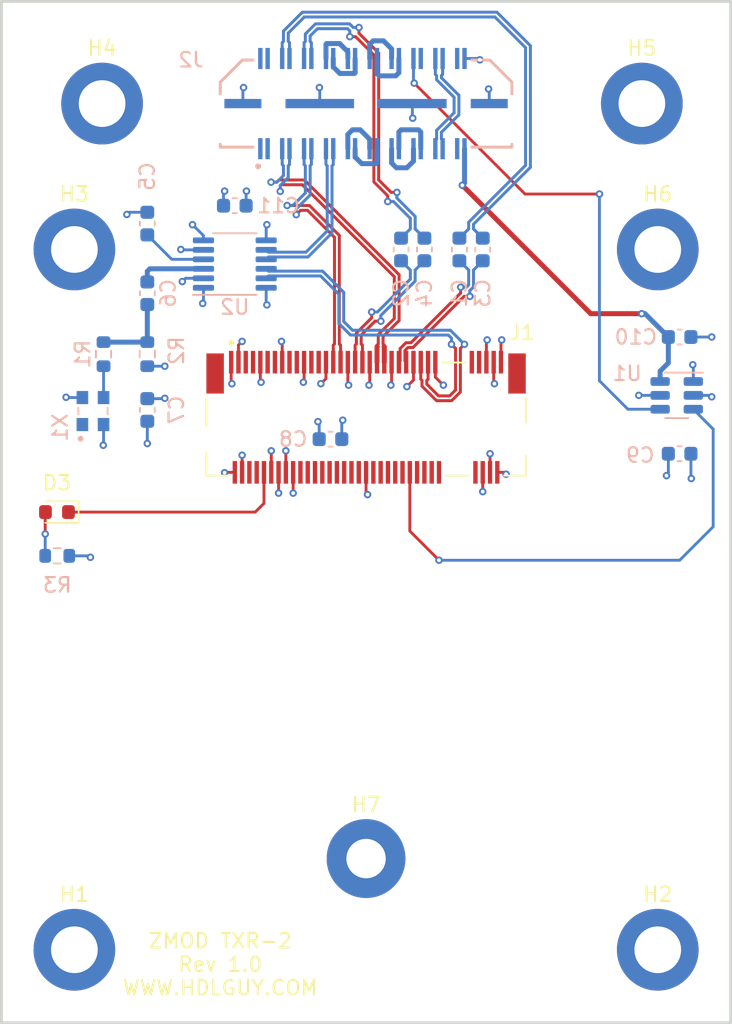
<source format=kicad_pcb>
(kicad_pcb (version 20211014) (generator pcbnew)
  (layers (0 "F.Cu" signal) (1 "In1.Cu" power) (2 "In2.Cu" power) (31 "B.Cu" signal) (34 "B.Paste" user) (35 "F.Paste" user) (36 "B.SilkS" user "B.Silkscreen") (37 "F.SilkS" user "F.Silkscreen") (38 "B.Mask" user) (39 "F.Mask" user) (44 "Edge.Cuts" user))
  (net 0 "")
  (net 1 "GND")
  (net 2 "/SCL")
  (net 3 "/SDA")
  (net 4 "/rsvd1")
  (net 5 "/rsvd2")
  (net 6 "+3V3")
  (net 7 "+5V")
  (net 8 "/R_GA")
  (net 30 "Net-(D3-Pad1)")
  (net 32 "Net-(D3-Pad2)")
  (net 40 "/perst_n")
  (net 42 "Net-(C5-Pad2)")
  (net 43 "Net-(C6-Pad1)")
  (net 52 "+1V8")
  (net 53 "Net-(C6-Pad2)")
  (net 55 "Net-(R1-Pad2)")
  (net 57 "/perst_1v8")
  (net 58 "/gtr0_rx_P")
  (net 59 "/gtr0_tx_P")
  (net 60 "/gtr0_rx_N")
  (net 61 "/gtr0_tx_N")
  (net 62 "/gtr1_rx_P")
  (net 63 "/gtr1_tx_P")
  (net 64 "/gtr1_rx_N")
  (net 65 "/gtr1_tx_N")
  (net 66 "/gtrclk0_P")
  (net 67 "/lvds3_P")
  (net 68 "/gtrclk0_N")
  (net 69 "/lvds3_N")
  (net 70 "/lvds0_P")
  (net 71 "/lvds0_N")
  (net 72 "/lvds2_P")
  (net 73 "/lvds2_N")
  (net 74 "/lvds1_P")
  (net 75 "/lvds1_N")
  (net 76 "/lvdsclk_P")
  (net 77 "/lvdsclk_N")
  (net 78 "/gtr0_tx_cc_N")
  (net 79 "/gtr1_tx_cc_N")
  (net 80 "/gtr0_tx_cc_P")
  (net 81 "/gtr1_tx_cc_P")
  (net 82 "/pcie_refclk_P")
  (net 83 "/pcie_refclk_N")
  (footprint "MountingHole:MountingHole_2.7mm_Pad" (layer "F.Cu") (at 125 108.75)
    (fp_text reference "H7")
    (fp_text value "MountingHole_Pad")
  )
  (footprint "MountingHole:MountingHole_3.2mm_M3_DIN965_Pad_TopBottom" (layer "F.Cu") (at 145 67)
    (fp_text reference "H6")
    (fp_text value "MountingHole_Pad" hide)
  )
  (footprint "MountingHole:MountingHole_3.2mm_M3_DIN965_Pad_TopBottom" (layer "F.Cu") (at 143.91 57)
    (fp_text reference "H5")
    (fp_text value "MountingHole_Pad" hide)
  )
  (footprint "MountingHole:MountingHole_3.2mm_M3_DIN965_Pad_TopBottom" (layer "F.Cu") (at 105 115)
    (fp_text reference "H1")
    (fp_text value "MountingHole_Pad" hide)
  )
  (footprint "LED_SMD:LED_0603_1608Metric" (layer "F.Cu") (at 103.805 85 180)
    (fp_text reference "D3")
    (fp_text value "LED" hide)
  )
  (footprint "MountingHole:MountingHole_3.2mm_M3_DIN965_Pad_TopBottom" (layer "F.Cu") (at 105 67)
    (fp_text reference "H3")
    (fp_text value "MountingHole_Pad" hide)
  )
  (footprint "MountingHole:MountingHole_3.2mm_M3_DIN965_Pad_TopBottom" (layer "F.Cu") (at 106.9 57)
    (fp_text reference "H4")
    (fp_text value "MountingHole_Pad" hide)
  )
  (footprint "pedrolib:TE_1-2199230-5" (layer "F.Cu") (at 125 80)
    (fp_text reference "J1")
    (fp_text value "MDT420M02001" hide)
  )
  (footprint "MountingHole:MountingHole_3.2mm_M3_DIN965_Pad_TopBottom" (layer "F.Cu") (at 145 115)
    (fp_text reference "H2")
    (fp_text value "MountingHole_Pad" hide)
  )
  (footprint "Capacitor_SMD:C_0603_1608Metric" (layer "B.Cu") (at 110 78 -90)
    (fp_text reference "C7")
    (fp_text value "0.01uf" hide)
  )
  (footprint "Capacitor_SMD:C_0603_1608Metric" (layer "B.Cu") (at 146.5 81)
    (fp_text reference "C9")
    (fp_text value "0.01uf" hide)
  )
  (footprint "Capacitor_SMD:C_0603_1608Metric" (layer "B.Cu") (at 146.5 73 180)
    (fp_text reference "C10")
    (fp_text value "0.01uf" hide)
  )
  (footprint "Capacitor_SMD:C_0603_1608Metric" (layer "B.Cu") (at 129 67 -90)
    (fp_text reference "C4")
    (fp_text value "0.01uf" hide)
  )
  (footprint "Capacitor_SMD:C_0603_1608Metric" (layer "B.Cu") (at 127.4 67 -90)
    (fp_text reference "C2")
    (fp_text value "0.01uf" hide)
  )
  (footprint "Capacitor_SMD:C_0603_1608Metric" (layer "B.Cu") (at 133 67 -90)
    (fp_text reference "C3")
    (fp_text value "0.01uf" hide)
  )
  (footprint "Resistor_SMD:R_0603_1608Metric" (layer "B.Cu") (at 110 74.175 -90)
    (fp_text reference "R2")
    (fp_text value "49.9" hide)
  )
  (footprint "pedrolib:SAMTEC_QTH-020-01-X-D-DP-A" (layer "B.Cu") (at 125 57)
    (fp_text reference "J2")
    (fp_text value "QTH-020-01-X-D-DP-A" hide)
  )
  (footprint "Package_TO_SOT_SMD:SOT-23-6" (layer "B.Cu") (at 146.3 77 180)
    (fp_text reference "U1")
    (fp_text value "SN74LVC1T45DBV" hide)
  )
  (footprint "Capacitor_SMD:C_0603_1608Metric" (layer "B.Cu") (at 110 65.225 -90)
    (fp_text reference "C5")
    (fp_text value "0.01uf" hide)
  )
  (footprint "Capacitor_SMD:C_0603_1608Metric" (layer "B.Cu") (at 116 64 180)
    (fp_text reference "C11")
    (fp_text value "0.01uf" hide)
  )
  (footprint "Resistor_SMD:R_0603_1608Metric" (layer "B.Cu") (at 107 74.175 -90)
    (fp_text reference "R1")
    (fp_text value "100" hide)
  )
  (footprint "Resistor_SMD:R_0603_1608Metric" (layer "B.Cu") (at 103.825 88 180)
    (fp_text reference "R3")
    (fp_text value "240" hide)
  )
  (footprint "Capacitor_SMD:C_0603_1608Metric" (layer "B.Cu") (at 122.56 80 180)
    (fp_text reference "C8")
    (fp_text value "0.01uf" hide)
  )
  (footprint "pedrolib:OSC_ECS-2520S25-250-FN-TR" (layer "B.Cu") (at 106.275 78.075 90)
    (fp_text reference "X1")
    (fp_text value "ECS-2520MVQ-1000-BN-TR" hide)
  )
  (footprint "Capacitor_SMD:C_0603_1608Metric" (layer "B.Cu") (at 131.4 67 -90)
    (fp_text reference "C1")
    (fp_text value "0.01uf" hide)
  )
  (footprint "Capacitor_SMD:C_0603_1608Metric" (layer "B.Cu") (at 110 70 90)
    (fp_text reference "C6")
    (fp_text value "0.01uf" hide)
  )
  (footprint "Package_SO:MSOP-12_3x4mm_P0.65mm" (layer "B.Cu") (at 116 68)
    (fp_text reference "U2")
    (fp_text value "LTC6957xMS-2" hide)
  )
  (gr_line locked (start 150 50) (end 100 50) (layer "Edge.Cuts") (width 0.2))
  (gr_line locked (start 100 50) (end 100 120) (layer "Edge.Cuts") (width 0.2))
  (gr_line locked (start 100 120) (end 150 120) (layer "Edge.Cuts") (width 0.2))
  (gr_line locked (start 150 120) (end 150 50) (layer "Edge.Cuts") (width 0.2))
  (gr_text "ZMOD TXR-2\nRev 1.0\nWWW.HDLGUY.COM" (at 115 116) (layer "F.SilkS") (effects (font (size 1 1))))
  (segment (start 117.75 74.725) (end 117.75 76.05) (width 0.19558) (layer "F.Cu") (net 1))
  (segment (start 129.75 75.75) (end 130.3 76.3) (width 0.19558) (layer "F.Cu") (net 1))
  (segment (start 125.25 76.25) (end 125.2 76.3) (width 0.19558) (layer "F.Cu") (net 1))
  (segment (start 133.75 76.15) (end 133.8 76.2) (width 0.19558) (layer "F.Cu") (net 1))
  (segment (start 134.25 73.25) (end 134.3 73.2) (width 0.19558) (layer "F.Cu") (net 1))
  (segment (start 115.75 76.15) (end 115.8 76.2) (width 0.19558) (layer "F.Cu") (net 1))
  (segment (start 115.75 74.725) (end 115.75 76.15) (width 0.19558) (layer "F.Cu") (net 1))
  (segment (start 123.75 76.25) (end 123.8 76.3) (width 0.19558) (layer "F.Cu") (net 1))
  (segment (start 126.75 74.725) (end 126.75 76.25) (width 0.19558) (layer "F.Cu") (net 1))
  (segment (start 128.25 75.95) (end 127.8 76.4) (width 0.19558) (layer "F.Cu") (net 1))
  (segment (start 122.25 75.85) (end 121.9 76.2) (width 0.19558) (layer "F.Cu") (net 1))
  (segment (start 133.25 74.725) (end 133.25 73.25) (width 0.19558) (layer "F.Cu") (net 1))
  (segment (start 123.75 74.725) (end 123.75 76.25) (width 0.19558) (layer "F.Cu") (net 1))
  (segment (start 128.25 74.725) (end 128.25 75.95) (width 0.19558) (layer "F.Cu") (net 1))
  (segment (start 133.75 74.725) (end 133.75 76.15) (width 0.19558) (layer "F.Cu") (net 1))
  (segment (start 126.75 76.25) (end 126.7 76.3) (width 0.19558) (layer "F.Cu") (net 1))
  (segment (start 117.75 76.05) (end 117.8 76.1) (width 0.19558) (layer "F.Cu") (net 1))
  (segment (start 122.25 74.725) (end 122.25 75.85) (width 0.19558) (layer "F.Cu") (net 1))
  (segment (start 125 83.7) (end 125.1 83.8) (width 0.19558) (layer "F.Cu") (net 1))
  (segment (start 125.25 74.725) (end 125.25 76.25) (width 0.19558) (layer "F.Cu") (net 1))
  (segment (start 133.25 73.25) (end 133.3 73.2) (width 0.19558) (layer "F.Cu") (net 1))
  (segment (start 116.25 74.725) (end 116.25 73.55) (width 0.19558) (layer "F.Cu") (net 1))
  (segment (start 119.25 74.725) (end 119.25 73.35) (width 0.19558) (layer "F.Cu") (net 1))
  (segment (start 120.75 74.725) (end 120.75 76.05) (width 0.19558) (layer "F.Cu") (net 1))
  (segment (start 134.25 74.725) (end 134.25 73.25) (width 0.19558) (layer "F.Cu") (net 1))
  (segment (start 116.25 73.55) (end 116.5 73.3) (width 0.19558) (layer "F.Cu") (net 1))
  (segment (start 129.75 74.725) (end 129.75 75.75) (width 0.19558) (layer "F.Cu") (net 1))
  (segment (start 125 82.275) (end 125 83.7) (width 0.19558) (layer "F.Cu") (net 1))
  (segment (start 119.25 73.35) (end 119.2 73.3) (width 0.19558) (layer "F.Cu") (net 1))
  (segment (start 120.75 76.05) (end 120.7 76.1) (width 0.19558) (layer "F.Cu") (net 1))
  (via (at 133.4 56) (size 0.508) (drill 0.254) (layers "F.Cu" "B.Cu") (net 1))
  (via (at 117.8 76.1) (size 0.508) (drill 0.254) (layers "F.Cu" "B.Cu") (net 1))
  (via (at 123.8 76.3) (size 0.508) (drill 0.254) (layers "F.Cu" "B.Cu") (net 1))
  (via (at 112.3 67) (size 0.508) (drill 0.254) (layers "F.Cu" "B.Cu") (net 1))
  (via (at 115.8 76.2) (size 0.508) (drill 0.254) (layers "F.Cu" "B.Cu") (net 1))
  (via (at 118.2 70.8) (size 0.508) (drill 0.254) (layers "F.Cu" "B.Cu") (net 1))
  (via (at 119.2 73.3) (size 0.508) (drill 0.254) (layers "F.Cu" "B.Cu") (net 1))
  (via (at 108.6 64.6) (size 0.508) (drill 0.254) (layers "F.Cu" "B.Cu") (net 1))
  (via (at 118.2 65.3) (size 0.508) (drill 0.254) (layers "F.Cu" "B.Cu") (net 1))
  (via (at 126.7 76.3) (size 0.508) (drill 0.254) (layers "F.Cu" "B.Cu") (net 1))
  (via (at 120.7 76.1) (size 0.508) (drill 0.254) (layers "F.Cu" "B.Cu") (net 1))
  (via (at 148.7 73) (size 0.508) (drill 0.254) (layers "F.Cu" "B.Cu") (net 1))
  (via (at 121.9 76.2) (size 0.508) (drill 0.254) (layers "F.Cu" "B.Cu") (net 1))
  (via (at 116.5 73.3) (size 0.508) (drill 0.254) (layers "F.Cu" "B.Cu") (net 1))
  (via (at 145.6 82.5) (size 0.508) (drill 0.254) (layers "F.Cu" "B.Cu") (net 1))
  (via (at 133.8 76.2) (size 0.508) (drill 0.254) (layers "F.Cu" "B.Cu") (net 1))
  (via (at 111.2 75) (size 0.508) (drill 0.254) (layers "F.Cu" "B.Cu") (net 1))
  (via (at 125.1 83.8) (size 0.508) (drill 0.254) (layers "F.Cu" "B.Cu") (net 1))
  (via (at 123.4 78.7) (size 0.508) (drill 0.254) (layers "F.Cu" "B.Cu") (net 1))
  (via (at 125.2 76.3) (size 0.508) (drill 0.254) (layers "F.Cu" "B.Cu") (net 1))
  (via (at 128.2 58) (size 0.508) (drill 0.254) (layers "F.Cu" "B.Cu") (net 1))
  (via (at 148.7 77.1) (size 0.508) (drill 0.254) (layers "F.Cu" "B.Cu") (net 1))
  (via (at 116.8 63) (size 0.508) (drill 0.254) (layers "F.Cu" "B.Cu") (net 1))
  (via (at 143.7 77) (size 0.508) (drill 0.254) (layers "F.Cu" "B.Cu") (net 1))
  (via (at 127.8 76.4) (size 0.508) (drill 0.254) (layers "F.Cu" "B.Cu") (net 1))
  (via (at 104.43 77.13) (size 0.508) (drill 0.254) (layers "F.Cu" "B.Cu") (net 1))
  (via (at 133.3 73.2) (size 0.508) (drill 0.254) (layers "F.Cu" "B.Cu") (net 1))
  (via (at 121.8 55.9) (size 0.508) (drill 0.254) (layers "F.Cu" "B.Cu") (net 1))
  (via (at 116.6 55.9) (size 0.508) (drill 0.254) (layers "F.Cu" "B.Cu") (net 1))
  (via (at 134.3 73.2) (size 0.508) (drill 0.254) (layers "F.Cu" "B.Cu") (net 1))
  (via (at 130.3 76.3) (size 0.508) (drill 0.254) (layers "F.Cu" "B.Cu") (net 1))
  (via (at 113.8 70.7) (size 0.508) (drill 0.254) (layers "F.Cu" "B.Cu") (net 1))
  (via (at 111.2 77.2) (size 0.508) (drill 0.254) (layers "F.Cu" "B.Cu") (net 1))
  (segment (start 113.85 70.65) (end 113.8 70.7) (width 0.19558) (layer "B.Cu") (net 1))
  (segment (start 121.825 55.925) (end 121.8 55.9) (width 0.19558) (layer "B.Cu") (net 1))
  (segment (start 133.445 56.045) (end 133.4 56) (width 0.19558) (layer "B.Cu") (net 1))
  (segment (start 116.555 55.945) (end 116.6 55.9) (width 0.19558) (layer "B.Cu") (net 1))
  (segment (start 116.775 63.025) (end 116.8 63) (width 0.19558) (layer "B.Cu") (net 1))
  (segment (start 128.175 57.975) (end 128.2 58) (width 0.19558) (layer "B.Cu") (net 1))
  (segment (start 116.775 64) (end 116.775 63.025) (width 0.19558) (layer "B.Cu") (net 1))
  (segment (start 123.335 78.765) (end 123.4 78.7) (width 0.19558) (layer "B.Cu") (net 1))
  (segment (start 105.55 77.15) (end 104.45 77.15) (width 0.19558) (layer "B.Cu") (net 1))
  (segment (start 128.175 57) (end 128.175 57.975) (width 0.19558) (layer "B.Cu") (net 1))
  (segment (start 112.325 67.025) (end 112.3 67) (width 0.19558) (layer "B.Cu") (net 1))
  (segment (start 147.4375 77) (end 148.6 77) (width 0.19558) (layer "B.Cu") (net 1))
  (segment (start 108.75 64.45) (end 108.6 64.6) (width 0.19558) (layer "B.Cu") (net 1))
  (segment (start 110 64.45) (end 108.75 64.45) (width 0.19558) (layer "B.Cu") (net 1))
  (segment (start 118.15 65.35) (end 118.2 65.3) (width 0.19558) (layer "B.Cu") (net 1))
  (segment (start 145.1625 77) (end 143.7 77) (width 0.19558) (layer "B.Cu") (net 1))
  (segment (start 113.85 67.025) (end 112.325 67.025) (width 0.19558) (layer "B.Cu") (net 1))
  (segment (start 145.725 82.375) (end 145.6 82.5) (width 0.19558) (layer "B.Cu") (net 1))
  (segment (start 113.85 69.625) (end 113.85 70.65) (width 0.19558) (layer "B.Cu") (net 1))
  (segment (start 111.175 77.225) (end 111.2 77.2) (width 0.19558) (layer "B.Cu") (net 1))
  (segment (start 121.825 57) (end 121.825 55.925) (width 0.19558) (layer "B.Cu") (net 1))
  (segment (start 123.335 80) (end 123.335 78.765) (width 0.19558) (layer "B.Cu") (net 1))
  (segment (start 133.445 57) (end 133.445 56.045) (width 0.19558) (layer "B.Cu") (net 1))
  (segment (start 118.15 70.75) (end 118.2 70.8) (width 0.19558) (layer "B.Cu") (net 1))
  (segment (start 110 77.225) (end 111.175 77.225) (width 0.19558) (layer "B.Cu") (net 1))
  (segment (start 147.275 73) (end 148.7 73) (width 0.19558) (layer "B.Cu") (net 1))
  (segment (start 148.6 77) (end 148.7 77.1) (width 0.19558) (layer "B.Cu") (net 1))
  (segment (start 145.725 81) (end 145.725 82.375) (width 0.19558) (layer "B.Cu") (net 1))
  (segment (start 110 75) (end 111.2 75) (width 0.19558) (layer "B.Cu") (net 1))
  (segment (start 104.45 77.15) (end 104.43 77.13) (width 0.19558) (layer "B.Cu") (net 1))
  (segment (start 118.15 66.375) (end 118.15 65.35) (width 0.19558) (layer "B.Cu") (net 1))
  (segment (start 118.15 69.625) (end 118.15 70.75) (width 0.19558) (layer "B.Cu") (net 1))
  (segment (start 116.555 57) (end 116.555 55.945) (width 0.19558) (layer "B.Cu") (net 1))
  (segment (start 119 82.275) (end 119 83.7) (width 0.19558) (layer "F.Cu") (net 6))
  (segment (start 133.5 82.275) (end 133.5 81) (width 0.19558) (layer "F.Cu") (net 6))
  (segment (start 115.325 82.275) (end 115.3 82.3) (width 0.19558) (layer "F.Cu") (net 6))
  (segment (start 133 82.275) (end 133 83.6) (width 0.19558) (layer "F.Cu") (net 6))
  (segment (start 119.5 82.275) (end 119.5 80.8) (width 0.19558) (layer "F.Cu") (net 6))
  (segment (start 134.475 82.275) (end 134.6 82.4) (width 0.19558) (layer "F.Cu") (net 6))
  (segment (start 120 82.275) (end 120 83.7) (width 0.19558) (layer "F.Cu") (net 6))
  (segment (start 116.5 82.275) (end 116.5 81.1) (width 0.19558) (layer "F.Cu") (net 6))
  (segment (start 118.5 82.275) (end 118.5 80.8) (width 0.19558) (layer "F.Cu") (net 6))
  (segment (start 116 82.275) (end 115.325 82.275) (width 0.19558) (layer "F.Cu") (net 6))
  (segment (start 134 82.275) (end 134.475 82.275) (width 0.19558) (layer "F.Cu") (net 6))
  (via (at 121.7 78.8) (size 0.508) (drill 0.254) (layers "F.Cu" "B.Cu") (net 6))
  (via (at 133 83.6) (size 0.508) (drill 0.254) (layers "F.Cu" "B.Cu") (net 6))
  (via (at 115.3 63) (size 0.508) (drill 0.254) (layers "F.Cu" "B.Cu") (net 6))
  (via (at 133.5 81) (size 0.508) (drill 0.254) (layers "F.Cu" "B.Cu") (net 6))
  (via (at 118.5 80.8) (size 0.508) (drill 0.254) (layers "F.Cu" "B.Cu") (net 6))
  (via (at 106.98 80.42) (size 0.508) (drill 0.254) (layers "F.Cu" "B.Cu") (net 6))
  (via (at 132.8 54) (size 0.508) (drill 0.254) (layers "F.Cu" "B.Cu") (net 6))
  (via (at 147.4 74.9) (size 0.508) (drill 0.254) (layers "F.Cu" "B.Cu") (net 6))
  (via (at 134.6 82.4) (size 0.508) (drill 0.254) (layers "F.Cu" "B.Cu") (net 6))
  (via (at 113.1 65.3) (size 0.508) (drill 0.254) (layers "F.Cu" "B.Cu") (net 6))
  (via (at 112.4 69.2) (size 0.508) (drill 0.254) (layers "F.Cu" "B.Cu") (net 6))
  (via (at 119.5 80.8) (size 0.508) (drill 0.254) (layers "F.Cu" "B.Cu") (net 6))
  (via (at 147.3 82.7) (size 0.508) (drill 0.254) (layers "F.Cu" "B.Cu") (net 6))
  (via (at 115.3 82.3) (size 0.508) (drill 0.254) (layers "F.Cu" "B.Cu") (net 6))
  (via (at 110 80.3) (size 0.508) (drill 0.254) (layers "F.Cu" "B.Cu") (net 6))
  (via (at 116.5 81.1) (size 0.508) (drill 0.254) (layers "F.Cu" "B.Cu") (net 6))
  (via (at 120 83.7) (size 0.508) (drill 0.254) (layers "F.Cu" "B.Cu") (net 6))
  (via (at 119 83.7) (size 0.508) (drill 0.254) (layers "F.Cu" "B.Cu") (net 6))
  (via (at 106.1 88.1) (size 0.508) (drill 0.254) (layers "F.Cu" "B.Cu") (net 6))
  (segment (start 112.625 68.975) (end 112.4 69.2) (width 0.19558) (layer "B.Cu") (net 6))
  (segment (start 132.71 53.91) (end 132.8 54) (width 0.19558) (layer "B.Cu") (net 6))
  (segment (start 115.225 63.075) (end 115.3 63) (width 0.19558) (layer "B.Cu") (net 6))
  (segment (start 107 80.4) (end 106.98 80.42) (width 0.19558) (layer "B.Cu") (net 6))
  (segment (start 121.785 78.885) (end 121.7 78.8) (width 0.19558) (layer "B.Cu") (net 6))
  (segment (start 147.4375 74.9375) (end 147.4 74.9) (width 0.19558) (layer "B.Cu") (net 6))
  (segment (start 110 78.775) (end 110 80.3) (width 0.19558) (layer "B.Cu") (net 6))
  (segment (start 104.65 88) (end 106 88) (width 0.19558) (layer "B.Cu") (net 6))
  (segment (start 113.85 66.05) (end 113.1 65.3) (width 0.19558) (layer "B.Cu") (net 6))
  (segment (start 147.4375 76.05) (end 147.4375 74.9375) (width 0.19558) (layer "B.Cu") (net 6))
  (segment (start 131.75 53.91) (end 132.71 53.91) (width 0.19558) (layer "B.Cu") (net 6))
  (segment (start 115.225 64) (end 115.225 63.075) (width 0.19558) (layer "B.Cu") (net 6))
  (segment (start 106 88) (end 106.1 88.1) (width 0.19558) (layer "B.Cu") (net 6))
  (segment (start 147.275 82.675) (end 147.3 82.7) (width 0.19558) (layer "B.Cu") (net 6))
  (segment (start 107 79) (end 107 80.4) (width 0.19558) (layer "B.Cu") (net 6))
  (segment (start 147.275 81) (end 147.275 82.675) (width 0.19558) (layer "B.Cu") (net 6))
  (segment (start 113.85 68.975) (end 112.625 68.975) (width 0.19558) (layer "B.Cu") (net 6))
  (segment (start 121.785 80) (end 121.785 78.885) (width 0.19558) (layer "B.Cu") (net 6))
  (segment (start 113.85 66.375) (end 113.85 66.05) (width 0.19558) (layer "B.Cu") (net 6))
  (segment (start 104.5925 85) (end 117.4 85) (width 0.19558) (layer "F.Cu") (net 30))
  (segment (start 118 84.4) (end 118 82.275) (width 0.19558) (layer "F.Cu") (net 30))
  (segment (start 117.4 85) (end 118 84.4) (width 0.19558) (layer "F.Cu") (net 30))
  (segment (start 103 86.5) (end 103 85.0175) (width 0.19558) (layer "F.Cu") (net 32))
  (segment (start 103 85.0175) (end 103.0175 85) (width 0.19558) (layer "F.Cu") (net 32))
  (via (at 103 86.5) (size 0.508) (drill 0.254) (layers "F.Cu" "B.Cu") (net 32))
  (segment (start 103 88) (end 103 86.5) (width 0.19558) (layer "B.Cu") (net 32))
  (segment (start 130 88.3) (end 128 86.3) (width 0.19558) (layer "F.Cu") (net 40))
  (segment (start 128 86.3) (end 128 82.275) (width 0.19558) (layer "F.Cu") (net 40))
  (via (at 130 88.3) (size 0.508) (drill 0.254) (layers "F.Cu" "B.Cu") (net 40))
  (segment (start 146.5 88.3) (end 130 88.3) (width 0.19558) (layer "B.Cu") (net 40))
  (segment (start 148.8 86) (end 146.6 88.2) (width 0.19558) (layer "B.Cu") (net 40))
  (segment (start 148.7875 79.3) (end 148.8 79.3) (width 0.19558) (layer "B.Cu") (net 40))
  (segment (start 147.4375 77.95) (end 148.7875 79.3) (width 0.19558) (layer "B.Cu") (net 40))
  (segment (start 148.8 79.3) (end 148.8 86) (width 0.19558) (layer "B.Cu") (net 40))
  (segment (start 146.6 88.2) (end 146.5 88.3) (width 0.19558) (layer "B.Cu") (net 40))
  (segment (start 110 66) (end 111.675 67.675) (width 0.19558) (layer "B.Cu") (net 42))
  (segment (start 111.675 67.675) (end 113.85 67.675) (width 0.19558) (layer "B.Cu") (net 42))
  (segment (start 107 73.35) (end 110 73.35) (width 0.3429) (layer "B.Cu") (net 43))
  (segment (start 110 73.35) (end 110 70.775) (width 0.3429) (layer "B.Cu") (net 43))
  (segment (start 131.6 62.6) (end 140.4 71.4) (width 0.3429) (layer "F.Cu") (net 52))
  (segment (start 140.4 71.4) (end 143.9 71.4) (width 0.3429) (layer "F.Cu") (net 52))
  (via (at 143.9 71.4) (size 0.508) (drill 0.254) (layers "F.Cu" "B.Cu") (net 52))
  (via (at 131.6 62.6) (size 0.508) (drill 0.254) (layers "F.Cu" "B.Cu") (net 52))
  (segment (start 143.9 71.4) (end 144.125 71.4) (width 0.3429) (layer "B.Cu") (net 52))
  (segment (start 145.1625 75.3375) (end 145.725 74.775) (width 0.3429) (layer "B.Cu") (net 52))
  (segment (start 145.725 74.775) (end 145.725 73) (width 0.3429) (layer "B.Cu") (net 52))
  (segment (start 131.75 60.09) (end 131.75 62.45) (width 0.3429) (layer "B.Cu") (net 52))
  (segment (start 145.1625 76.05) (end 145.1625 75.3375) (width 0.3429) (layer "B.Cu") (net 52))
  (segment (start 131.75 62.45) (end 131.6 62.6) (width 0.3429) (layer "B.Cu") (net 52))
  (segment (start 144.125 71.4) (end 145.725 73) (width 0.3429) (layer "B.Cu") (net 52))
  (segment (start 110 69.225) (end 110 68.5) (width 0.3429) (layer "B.Cu") (net 53))
  (segment (start 110.175 68.325) (end 113.85 68.325) (width 0.3429) (layer "B.Cu") (net 53))
  (segment (start 110 68.5) (end 110.175 68.325) (width 0.3429) (layer "B.Cu") (net 53))
  (segment (start 107 77.15) (end 107 75) (width 0.19558) (layer "B.Cu") (net 55))
  (segment (start 135.9 63.2) (end 128.3 55.6) (width 0.19558) (layer "F.Cu") (net 57))
  (segment (start 141 63.2) (end 135.9 63.2) (width 0.19558) (layer "F.Cu") (net 57))
  (via (at 141 63.2) (size 0.508) (drill 0.254) (layers "F.Cu" "B.Cu") (net 57))
  (via (at 128.3 55.6) (size 0.508) (drill 0.254) (layers "F.Cu" "B.Cu") (net 57))
  (segment (start 128.25 53.91) (end 128.25 55.55) (width 0.19558) (layer "B.Cu") (net 57))
  (segment (start 128.25 55.55) (end 128.3 55.6) (width 0.19558) (layer "B.Cu") (net 57))
  (segment (start 141 76) (end 141 63.2) (width 0.19558) (layer "B.Cu") (net 57))
  (segment (start 142.95 77.95) (end 142.2 77.2) (width 0.19558) (layer "B.Cu") (net 57))
  (segment (start 145.1625 77.95) (end 142.95 77.95) (width 0.19558) (layer "B.Cu") (net 57))
  (segment (start 142.2 77.2) (end 141 76) (width 0.19558) (layer "B.Cu") (net 57))
  (segment (start 126.1651 72.968388) (end 126.1651 73.477599) (width 0.2032) (layer "F.Cu") (net 58))
  (segment (start 127.2651 68.731612) (end 127.2651 71.868388) (width 0.2032) (layer "F.Cu") (net 58))
  (segment (start 118.880822 62.385691) (end 119.031613 62.2349) (width 0.2032) (layer "F.Cu") (net 58))
  (segment (start 126.25 74.725) (end 126.25 73.676939) (width 0.3429) (layer "F.Cu") (net 58))
  (segment (start 119.031613 62.2349) (end 120.768388 62.2349) (width 0.2032) (layer "F.Cu") (net 58))
  (segment (start 118.485691 62.385691) (end 118.880822 62.385691) (width 0.2032) (layer "F.Cu") (net 58))
  (segment (start 126.1651 73.477599) (end 126.25 73.562499) (width 0.2032) (layer "F.Cu") (net 58))
  (segment (start 127.2651 71.868388) (end 126.1651 72.968388) (width 0.2032) (layer "F.Cu") (net 58))
  (segment (start 120.768388 62.2349) (end 127.2651 68.731612) (width 0.2032) (layer "F.Cu") (net 58))
  (segment (start 126.25 73.562499) (end 126.25 74.725) (width 0.2032) (layer "F.Cu") (net 58))
  (segment (start 126.25 73.676939) (end 126.23495 73.661889) (width 0.3429) (layer "F.Cu") (net 58))
  (via (at 118.485691 62.385691) (size 0.508) (drill 0.254) (layers "F.Cu" "B.Cu") (net 58))
  (segment (start 119.25 61.177501) (end 119.3349 61.262401) (width 0.2032) (layer "B.Cu") (net 58))
  (segment (start 119.3349 61.262401) (end 119.3349 61.931613) (width 0.2032) (layer "B.Cu") (net 58))
  (segment (start 119.3349 61.931613) (end 118.880822 62.385691) (width 0.2032) (layer "B.Cu") (net 58))
  (segment (start 118.880822 62.385691) (end 118.485691 62.385691) (width 0.2032) (layer "B.Cu") (net 58))
  (segment (start 119.25 60.09) (end 119.25 61.177501) (width 0.2032) (layer "B.Cu") (net 58))
  (segment (start 119.3349 52.031612) (end 119.3349 52.737599) (width 0.2032) (layer "B.Cu") (net 59))
  (segment (start 119.25 52.822499) (end 119.25 53.91) (width 0.2032) (layer "B.Cu") (net 59))
  (segment (start 136.2651 61.368388) (end 136.2651 53.031612) (width 0.2032) (layer "B.Cu") (net 59))
  (segment (start 132.3651 65.268388) (end 136.2651 61.368388) (width 0.2032) (layer "B.Cu") (net 59))
  (segment (start 136.2651 53.031612) (end 133.968388 50.7349) (width 0.2032) (layer "B.Cu") (net 59))
  (segment (start 120.631612 50.7349) (end 119.3349 52.031612) (width 0.2032) (layer "B.Cu") (net 59))
  (segment (start 132.3651 65.5901) (end 132.3651 65.268388) (width 0.2032) (layer "B.Cu") (net 59))
  (segment (start 133 66.225) (end 132.3651 65.5901) (width 0.2032) (layer "B.Cu") (net 59))
  (segment (start 133.968388 50.7349) (end 120.631612 50.7349) (width 0.2032) (layer "B.Cu") (net 59))
  (segment (start 119.3349 52.737599) (end 119.25 52.822499) (width 0.2032) (layer "B.Cu") (net 59))
  (segment (start 119.168387 62.5651) (end 120.631612 62.5651) (width 0.2032) (layer "F.Cu") (net 60))
  (segment (start 119.114309 63.014309) (end 119.114309 62.619178) (width 0.2032) (layer "F.Cu") (net 60))
  (segment (start 119.114309 62.619178) (end 119.168387 62.5651) (width 0.2032) (layer "F.Cu") (net 60))
  (segment (start 126.9349 68.868388) (end 126.9349 71.731612) (width 0.2032) (layer "F.Cu") (net 60))
  (segment (start 125.8349 73.477599) (end 125.75 73.562499) (width 0.2032) (layer "F.Cu") (net 60))
  (segment (start 126.9349 71.731612) (end 125.8349 72.831612) (width 0.2032) (layer "F.Cu") (net 60))
  (segment (start 125.75 73.676939) (end 125.76505 73.661889) (width 0.3429) (layer "F.Cu") (net 60))
  (segment (start 120.631612 62.5651) (end 126.9349 68.868388) (width 0.2032) (layer "F.Cu") (net 60))
  (segment (start 125.75 74.725) (end 125.75 73.676939) (width 0.3429) (layer "F.Cu") (net 60))
  (segment (start 125.8349 72.831612) (end 125.8349 73.477599) (width 0.2032) (layer "F.Cu") (net 60))
  (segment (start 125.75 73.562499) (end 125.75 74.725) (width 0.2032) (layer "F.Cu") (net 60))
  (via (at 119.114309 63.014309) (size 0.508) (drill 0.254) (layers "F.Cu" "B.Cu") (net 60))
  (segment (start 119.75 60.09) (end 119.75 61.177501) (width 0.2032) (layer "B.Cu") (net 60))
  (segment (start 119.75 61.177501) (end 119.6651 61.262401) (width 0.2032) (layer "B.Cu") (net 60))
  (segment (start 119.6651 61.262401) (end 119.6651 62.068387) (width 0.2032) (layer "B.Cu") (net 60))
  (segment (start 119.114309 62.619178) (end 119.114309 63.014309) (width 0.2032) (layer "B.Cu") (net 60))
  (segment (start 119.6651 62.068387) (end 119.114309 62.619178) (width 0.2032) (layer "B.Cu") (net 60))
  (segment (start 133.831612 51.0651) (end 120.768388 51.0651) (width 0.2032) (layer "B.Cu") (net 61))
  (segment (start 119.75 52.822499) (end 119.75 53.91) (width 0.2032) (layer "B.Cu") (net 61))
  (segment (start 132.0349 65.131612) (end 135.9349 61.231612) (width 0.2032) (layer "B.Cu") (net 61))
  (segment (start 131.4 66.225) (end 132.0349 65.5901) (width 0.2032) (layer "B.Cu") (net 61))
  (segment (start 119.6651 52.737599) (end 119.75 52.822499) (width 0.2032) (layer "B.Cu") (net 61))
  (segment (start 135.9349 61.231612) (end 135.9349 53.168388) (width 0.2032) (layer "B.Cu") (net 61))
  (segment (start 120.768388 51.0651) (end 119.6651 52.168388) (width 0.2032) (layer "B.Cu") (net 61))
  (segment (start 132.0349 65.5901) (end 132.0349 65.131612) (width 0.2032) (layer "B.Cu") (net 61))
  (segment (start 119.6651 52.168388) (end 119.6651 52.737599) (width 0.2032) (layer "B.Cu") (net 61))
  (segment (start 135.9349 53.168388) (end 133.831612 51.0651) (width 0.2032) (layer "B.Cu") (net 61))
  (segment (start 121.119179 63.985691) (end 123.1651 66.031612) (width 0.2032) (layer "F.Cu") (net 62))
  (segment (start 123.25 73.562499) (end 123.25 74.725) (width 0.2032) (layer "F.Cu") (net 62))
  (segment (start 123.1651 73.477599) (end 123.25 73.562499) (width 0.2032) (layer "F.Cu") (net 62))
  (segment (start 119.585691 63.985691) (end 121.119179 63.985691) (width 0.2032) (layer "F.Cu") (net 62))
  (segment (start 123.1651 66.031612) (end 123.1651 73.477599) (width 0.2032) (layer "F.Cu") (net 62))
  (via (at 119.585691 63.985691) (size 0.508) (drill 0.254) (layers "F.Cu" "B.Cu") (net 62))
  (segment (start 120.8349 63.131613) (end 119.980822 63.985691) (width 0.2032) (layer "B.Cu") (net 62))
  (segment (start 120.75 60.09) (end 120.75 61.177501) (width 0.2032) (layer "B.Cu") (net 62))
  (segment (start 119.980822 63.985691) (end 119.585691 63.985691) (width 0.2032) (layer "B.Cu") (net 62))
  (segment (start 120.8349 61.262401) (end 120.8349 63.131613) (width 0.2032) (layer "B.Cu") (net 62))
  (segment (start 120.75 61.177501) (end 120.8349 61.262401) (width 0.2032) (layer "B.Cu") (net 62))
  (segment (start 126.719178 63.085691) (end 125.8651 62.231613) (width 0.2032) (layer "F.Cu") (net 63))
  (segment (start 125.8651 62.231613) (end 125.8651 53.531613) (width 0.2032) (layer "F.Cu") (net 63))
  (segment (start 125.8651 53.531613) (end 124.514309 52.180822) (width 0.2032) (layer "F.Cu") (net 63))
  (segment (start 127.114309 63.085691) (end 126.719178 63.085691) (width 0.2032) (layer "F.Cu") (net 63))
  (segment (start 124.514309 52.180822) (end 124.514309 51.785691) (width 0.2032) (layer "F.Cu") (net 63))
  (via (at 124.514309 51.785691) (size 0.508) (drill 0.254) (layers "F.Cu" "B.Cu") (net 63))
  (via (at 127.114309 63.085691) (size 0.508) (drill 0.254) (layers "F.Cu" "B.Cu") (net 63))
  (segment (start 128.3651 64.731613) (end 127.114309 63.480822) (width 0.2032) (layer "B.Cu") (net 63))
  (segment (start 124.119178 51.785691) (end 123.868387 51.5349) (width 0.2032) (layer "B.Cu") (net 63))
  (segment (start 120.8349 52.231612) (end 120.8349 52.737599) (width 0.2032) (layer "B.Cu") (net 63))
  (segment (start 121.531612 51.5349) (end 120.8349 52.231612) (width 0.2032) (layer "B.Cu") (net 63))
  (segment (start 127.114309 63.480822) (end 127.114309 63.085691) (width 0.2032) (layer "B.Cu") (net 63))
  (segment (start 120.8349 52.737599) (end 120.75 52.822499) (width 0.2032) (layer "B.Cu") (net 63))
  (segment (start 120.75 52.822499) (end 120.75 53.91) (width 0.2032) (layer "B.Cu") (net 63))
  (segment (start 128.3651 65.5901) (end 128.3651 64.731613) (width 0.2032) (layer "B.Cu") (net 63))
  (segment (start 124.514309 51.785691) (end 124.119178 51.785691) (width 0.2032) (layer "B.Cu") (net 63))
  (segment (start 129 66.225) (end 128.3651 65.5901) (width 0.2032) (layer "B.Cu") (net 63))
  (segment (start 123.868387 51.5349) (end 121.531612 51.5349) (width 0.2032) (layer "B.Cu") (net 63))
  (segment (start 122.8349 66.168388) (end 122.8349 73.477599) (width 0.2032) (layer "F.Cu") (net 64))
  (segment (start 120.982403 64.315891) (end 122.8349 66.168388) (width 0.2032) (layer "F.Cu") (net 64))
  (segment (start 120.214309 64.614309) (end 120.512727 64.315891) (width 0.2032) (layer "F.Cu") (net 64))
  (segment (start 122.75 73.562499) (end 122.75 74.725) (width 0.2032) (layer "F.Cu") (net 64))
  (segment (start 120.512727 64.315891) (end 120.982403 64.315891) (width 0.2032) (layer "F.Cu") (net 64))
  (segment (start 122.8349 73.477599) (end 122.75 73.562499) (width 0.2032) (layer "F.Cu") (net 64))
  (via (at 120.214309 64.614309) (size 0.508) (drill 0.254) (layers "F.Cu" "B.Cu") (net 64))
  (segment (start 120.214309 64.219178) (end 120.214309 64.614309) (width 0.2032) (layer "B.Cu") (net 64))
  (segment (start 121.1651 61.262401) (end 121.1651 63.268387) (width 0.2032) (layer "B.Cu") (net 64))
  (segment (start 121.25 61.177501) (end 121.1651 61.262401) (width 0.2032) (layer "B.Cu") (net 64))
  (segment (start 121.1651 63.268387) (end 120.214309 64.219178) (width 0.2032) (layer "B.Cu") (net 64))
  (segment (start 121.25 60.09) (end 121.25 61.177501) (width 0.2032) (layer "B.Cu") (net 64))
  (segment (start 125.5349 53.668387) (end 124.280822 52.414309) (width 0.2032) (layer "F.Cu") (net 65))
  (segment (start 124.280822 52.414309) (end 123.885691 52.414309) (width 0.2032) (layer "F.Cu") (net 65))
  (segment (start 126.485691 63.319178) (end 125.5349 62.368387) (width 0.2032) (layer "F.Cu") (net 65))
  (segment (start 126.485691 63.714309) (end 126.485691 63.319178) (width 0.2032) (layer "F.Cu") (net 65))
  (segment (start 125.5349 62.368387) (end 125.5349 53.668387) (width 0.2032) (layer "F.Cu") (net 65))
  (via (at 126.485691 63.714309) (size 0.508) (drill 0.254) (layers "F.Cu" "B.Cu") (net 65))
  (via (at 123.885691 52.414309) (size 0.508) (drill 0.254) (layers "F.Cu" "B.Cu") (net 65))
  (segment (start 128.0349 64.868387) (end 126.880822 63.714309) (width 0.2032) (layer "B.Cu") (net 65))
  (segment (start 121.1651 52.737599) (end 121.25 52.822499) (width 0.2032) (layer "B.Cu") (net 65))
  (segment (start 121.25 52.822499) (end 121.25 53.91) (width 0.2032) (layer "B.Cu") (net 65))
  (segment (start 126.880822 63.714309) (end 126.485691 63.714309) (width 0.2032) (layer "B.Cu") (net 65))
  (segment (start 123.885691 52.414309) (end 123.885691 52.019178) (width 0.2032) (layer "B.Cu") (net 65))
  (segment (start 121.668388 51.8651) (end 121.1651 52.368388) (width 0.2032) (layer "B.Cu") (net 65))
  (segment (start 123.731613 51.8651) (end 121.668388 51.8651) (width 0.2032) (layer "B.Cu") (net 65))
  (segment (start 128.0349 65.5901) (end 128.0349 64.868387) (width 0.2032) (layer "B.Cu") (net 65))
  (segment (start 121.1651 52.368388) (end 121.1651 52.737599) (width 0.2032) (layer "B.Cu") (net 65))
  (segment (start 123.885691 52.019178) (end 123.731613 51.8651) (width 0.2032) (layer "B.Cu") (net 65))
  (segment (start 127.4 66.225) (end 128.0349 65.5901) (width 0.2032) (layer "B.Cu") (net 65))
  (segment (start 118.3099 67.1849) (end 118.15 67.025) (width 0.2032) (layer "B.Cu") (net 66))
  (segment (start 122.3349 61.262401) (end 122.3349 65.731612) (width 0.2032) (layer "B.Cu") (net 66))
  (segment (start 122.25 60.09) (end 122.25 61.177501) (width 0.2032) (layer "B.Cu") (net 66))
  (segment (start 122.25 61.177501) (end 122.3349 61.262401) (width 0.2032) (layer "B.Cu") (net 66))
  (segment (start 120.881612 67.1849) (end 118.3099 67.1849) (width 0.2032) (layer "B.Cu") (net 66))
  (segment (start 122.3349 65.731612) (end 120.881612 67.1849) (width 0.2032) (layer "B.Cu") (net 66))
  (segment (start 123.75 53.45) (end 123.75 53.91) (width 0.3429) (layer "B.Cu") (net 67))
  (segment (start 122.25 52.93302) (end 122.29851 52.88451) (width 0.3429) (layer "B.Cu") (net 67))
  (segment (start 122.29851 52.88451) (end 123.18451 52.88451) (width 0.3429) (layer "B.Cu") (net 67))
  (segment (start 123.18451 52.88451) (end 123.75 53.45) (width 0.3429) (layer "B.Cu") (net 67))
  (segment (start 122.25 53.91) (end 122.25 52.93302) (width 0.3429) (layer "B.Cu") (net 67))
  (segment (start 121.018388 67.5151) (end 118.3099 67.5151) (width 0.2032) (layer "B.Cu") (net 68))
  (segment (start 122.6651 65.868388) (end 121.018388 67.5151) (width 0.2032) (layer "B.Cu") (net 68))
  (segment (start 122.6651 61.262401) (end 122.6651 65.868388) (width 0.2032) (layer "B.Cu") (net 68))
  (segment (start 122.75 61.177501) (end 122.6651 61.262401) (width 0.2032) (layer "B.Cu") (net 68))
  (segment (start 122.75 60.09) (end 122.75 61.177501) (width 0.2032) (layer "B.Cu") (net 68))
  (segment (start 118.3099 67.5151) (end 118.15 67.675) (width 0.2032) (layer "B.Cu") (net 68))
  (segment (start 124.20099 54.93599) (end 123.20099 54.93599) (width 0.3429) (layer "B.Cu") (net 69))
  (segment (start 123.20099 54.93599) (end 122.75 54.485) (width 0.3429) (layer "B.Cu") (net 69))
  (segment (start 124.25 54.88698) (end 124.20099 54.93599) (width 0.3429) (layer "B.Cu") (net 69))
  (segment (start 124.25 53.91) (end 124.25 54.88698) (width 0.3429) (layer "B.Cu") (net 69))
  (segment (start 122.75 54.485) (end 122.75 53.91) (width 0.3429) (layer "B.Cu") (net 69))
  (segment (start 123.75 59.11302) (end 124.06302 58.8) (width 0.3429) (layer "B.Cu") (net 70))
  (segment (start 124.6 58.8) (end 125.25 59.45) (width 0.3429) (layer "B.Cu") (net 70))
  (segment (start 123.75 60.09) (end 123.75 59.11302) (width 0.3429) (layer "B.Cu") (net 70))
  (segment (start 124.06302 58.8) (end 124.6 58.8) (width 0.3429) (layer "B.Cu") (net 70))
  (segment (start 125.25 59.45) (end 125.25 60.09) (width 0.3429) (layer "B.Cu") (net 70))
  (segment (start 124.25 60.09) (end 124.25 60.665) (width 0.3429) (layer "B.Cu") (net 71))
  (segment (start 125.70099 61.11599) (end 125.75 61.06698) (width 0.3429) (layer "B.Cu") (net 71))
  (segment (start 124.25 60.665) (end 124.70099 61.11599) (width 0.3429) (layer "B.Cu") (net 71))
  (segment (start 124.70099 61.11599) (end 125.70099 61.11599) (width 0.3429) (layer "B.Cu") (net 71))
  (segment (start 125.75 61.06698) (end 125.75 60.09) (width 0.3429) (layer "B.Cu") (net 71))
  (segment (start 125.25 53.91) (end 125.25 52.93302) (width 0.3429) (layer "B.Cu") (net 72))
  (segment (start 125.48302 52.7) (end 126.2 52.7) (width 0.3429) (layer "B.Cu") (net 72))
  (segment (start 126.75 53.25) (end 126.75 53.91) (width 0.3429) (layer "B.Cu") (net 72))
  (segment (start 126.2 52.7) (end 126.75 53.25) (width 0.3429) (layer "B.Cu") (net 72))
  (segment (start 125.25 52.93302) (end 125.48302 52.7) (width 0.3429) (layer "B.Cu") (net 72))
  (segment (start 127.03698 55.1) (end 127.25 54.88698) (width 0.3429) (layer "B.Cu") (net 73))
  (segment (start 125.75 54.95) (end 125.9 55.1) (width 0.3429) (layer "B.Cu") (net 73))
  (segment (start 127.25 54.88698) (end 127.25 53.91) (width 0.3429) (layer "B.Cu") (net 73))
  (segment (start 125.9 55.1) (end 127.03698 55.1) (width 0.3429) (layer "B.Cu") (net 73))
  (segment (start 125.75 53.91) (end 125.75 54.95) (width 0.3429) (layer "B.Cu") (net 73))
  (segment (start 127.08302 61.4) (end 126.75 61.06698) (width 0.3429) (layer "B.Cu") (net 74))
  (segment (start 128.25 60.09) (end 128.25 60.95) (width 0.3429) (layer "B.Cu") (net 74))
  (segment (start 127.8 61.4) (end 127.08302 61.4) (width 0.3429) (layer "B.Cu") (net 74))
  (segment (start 126.75 61.06698) (end 126.75 60.09) (width 0.3429) (layer "B.Cu") (net 74))
  (segment (start 128.25 60.95) (end 127.8 61.4) (width 0.3429) (layer "B.Cu") (net 74))
  (segment (start 127.25 58.95) (end 127.4 58.8) (width 0.3429) (layer "B.Cu") (net 75))
  (segment (start 128.75 58.95) (end 128.75 60.09) (width 0.3429) (layer "B.Cu") (net 75))
  (segment (start 128.6 58.8) (end 128.75 58.95) (width 0.3429) (layer "B.Cu") (net 75))
  (segment (start 127.4 58.8) (end 128.6 58.8) (width 0.3429) (layer "B.Cu") (net 75))
  (segment (start 127.25 60.09) (end 127.25 58.95) (width 0.3429) (layer "B.Cu") (net 75))
  (segment (start 129.8349 58.831612) (end 131.0349 57.631612) (width 0.2032) (layer "B.Cu") (net 76))
  (segment (start 131.0349 56.568388) (end 129.8349 55.368388) (width 0.2032) (layer "B.Cu") (net 76))
  (segment (start 129.75 54.997501) (end 129.75 53.91) (width 0.2032) (layer "B.Cu") (net 76))
  (segment (start 129.75 59.515) (end 129.8349 59.4301) (width 0.2032) (layer "B.Cu") (net 76))
  (segment (start 131.0349 57.631612) (end 131.0349 56.568388) (width 0.2032) (layer "B.Cu") (net 76))
  (segment (start 129.8349 59.4301) (end 129.8349 58.831612) (width 0.2032) (layer "B.Cu") (net 76))
  (segment (start 129.75 60.09) (end 129.75 59.515) (width 0.2032) (layer "B.Cu") (net 76))
  (segment (start 129.8349 55.368388) (end 129.8349 55.082401) (width 0.2032) (layer "B.Cu") (net 76))
  (segment (start 129.8349 55.082401) (end 129.75 54.997501) (width 0.2032) (layer "B.Cu") (net 76))
  (segment (start 130.25 54.997501) (end 130.25 53.91) (width 0.2032) (layer "B.Cu") (net 77))
  (segment (start 131.3651 57.768388) (end 131.3651 56.431612) (width 0.2032) (layer "B.Cu") (net 77))
  (segment (start 130.1651 55.082401) (end 130.25 54.997501) (width 0.2032) (layer "B.Cu") (net 77))
  (segment (start 131.3651 56.431612) (end 130.1651 55.231612) (width 0.2032) (layer "B.Cu") (net 77))
  (segment (start 130.25 59.515) (end 130.1651 59.4301) (width 0.2032) (layer "B.Cu") (net 77))
  (segment (start 130.1651 55.231612) (end 130.1651 55.082401) (width 0.2032) (layer "B.Cu") (net 77))
  (segment (start 130.25 60.09) (end 130.25 59.515) (width 0.2032) (layer "B.Cu") (net 77))
  (segment (start 130.1651 58.968388) (end 131.3651 57.768388) (width 0.2032) (layer "B.Cu") (net 77))
  (segment (start 130.1651 59.4301) (end 130.1651 58.968388) (width 0.2032) (layer "B.Cu") (net 77))
  (segment (start 127.3349 74.6401) (end 127.3349 73.790954) (width 0.2032) (layer "F.Cu") (net 78))
  (segment (start 131.485691 69.980822) (end 131.485691 69.585691) (width 0.2032) (layer "F.Cu") (net 78))
  (segment (start 127.3349 73.790954) (end 127.734635 73.391219) (width 0.2032) (layer "F.Cu") (net 78))
  (segment (start 128.075293 73.391219) (end 131.485691 69.980822) (width 0.2032) (layer "F.Cu") (net 78))
  (segment (start 127.25 74.725) (end 127.3349 74.6401) (width 0.2032) (layer "F.Cu") (net 78))
  (segment (start 127.734635 73.391219) (end 128.075293 73.391219) (width 0.2032) (layer "F.Cu") (net 78))
  (via (at 131.485691 69.585691) (size 0.508) (drill 0.254) (layers "F.Cu" "B.Cu") (net 78))
  (segment (start 131.880822 69.585691) (end 132.0349 69.431613) (width 0.2032) (layer "B.Cu") (net 78))
  (segment (start 132.0349 68.4099) (end 131.4 67.775) (width 0.2032) (layer "B.Cu") (net 78))
  (segment (start 131.485691 69.585691) (end 131.880822 69.585691) (width 0.2032) (layer "B.Cu") (net 78))
  (segment (start 132.0349 69.431613) (end 132.0349 68.4099) (width 0.2032) (layer "B.Cu") (net 78))
  (segment (start 125.385691 71.680822) (end 125.385691 71.285691) (width 0.2032) (layer "F.Cu") (net 79))
  (segment (start 124.3349 73.477599) (end 124.3349 72.731613) (width 0.2032) (layer "F.Cu") (net 79))
  (segment (start 124.25 73.562499) (end 124.3349 73.477599) (width 0.2032) (layer "F.Cu") (net 79))
  (segment (start 124.3349 72.731613) (end 125.385691 71.680822) (width 0.2032) (layer "F.Cu") (net 79))
  (segment (start 124.25 74.725) (end 124.25 73.562499) (width 0.2032) (layer "F.Cu") (net 79))
  (via (at 125.385691 71.285691) (size 0.508) (drill 0.254) (layers "F.Cu" "B.Cu") (net 79))
  (segment (start 125.385691 71.285691) (end 125.780822 71.285691) (width 0.2032) (layer "B.Cu") (net 79))
  (segment (start 128.0349 68.4099) (end 127.4 67.775) (width 0.2032) (layer "B.Cu") (net 79))
  (segment (start 128.0349 69.031612) (end 128.0349 68.4099) (width 0.2032) (layer "B.Cu") (net 79))
  (segment (start 125.780822 71.285691) (end 128.0349 69.031612) (width 0.2032) (layer "B.Cu") (net 79))
  (segment (start 127.75 74.725) (end 127.6651 74.6401) (width 0.2032) (layer "F.Cu") (net 80))
  (segment (start 127.6651 74.6401) (end 127.6651 73.9277) (width 0.2032) (layer "F.Cu") (net 80))
  (segment (start 131.719178 70.214309) (end 132.114309 70.214309) (width 0.2032) (layer "F.Cu") (net 80))
  (segment (start 127.6651 73.9277) (end 127.8714 73.7214) (width 0.2032) (layer "F.Cu") (net 80))
  (segment (start 128.212088 73.7214) (end 131.719178 70.214309) (width 0.2032) (layer "F.Cu") (net 80))
  (segment (start 127.8714 73.7214) (end 128.212088 73.7214) (width 0.2032) (layer "F.Cu") (net 80))
  (via (at 132.114309 70.214309) (size 0.508) (drill 0.254) (layers "F.Cu" "B.Cu") (net 80))
  (segment (start 132.3651 69.568387) (end 132.3651 68.4099) (width 0.2032) (layer "B.Cu") (net 80))
  (segment (start 132.114309 70.214309) (end 132.114309 69.819178) (width 0.2032) (layer "B.Cu") (net 80))
  (segment (start 132.3651 68.4099) (end 133 67.775) (width 0.2032) (layer "B.Cu") (net 80))
  (segment (start 132.114309 69.819178) (end 132.3651 69.568387) (width 0.2032) (layer "B.Cu") (net 80))
  (segment (start 124.6651 72.868387) (end 125.619178 71.914309) (width 0.2032) (layer "F.Cu") (net 81))
  (segment (start 124.75 74.725) (end 124.75 73.562499) (width 0.2032) (layer "F.Cu") (net 81))
  (segment (start 125.619178 71.914309) (end 126.014309 71.914309) (width 0.2032) (layer "F.Cu") (net 81))
  (segment (start 124.6651 73.477599) (end 124.6651 72.868387) (width 0.2032) (layer "F.Cu") (net 81))
  (segment (start 124.75 73.562499) (end 124.6651 73.477599) (width 0.2032) (layer "F.Cu") (net 81))
  (via (at 126.014309 71.914309) (size 0.508) (drill 0.254) (layers "F.Cu" "B.Cu") (net 81))
  (segment (start 128.3651 69.168388) (end 128.3651 68.4099) (width 0.2032) (layer "B.Cu") (net 81))
  (segment (start 126.014309 71.519178) (end 128.3651 69.168388) (width 0.2032) (layer "B.Cu") (net 81))
  (segment (start 126.014309 71.914309) (end 126.014309 71.519178) (width 0.2032) (layer "B.Cu") (net 81))
  (segment (start 128.3651 68.4099) (end 129 67.775) (width 0.2032) (layer "B.Cu") (net 81))
  (segment (start 131.1349 73.7794) (end 130.8555 73.5) (width 0.2032) (layer "F.Cu") (net 82))
  (segment (start 131.1349 76.631612) (end 131.1349 73.7794) (width 0.2032) (layer "F.Cu") (net 82))
  (segment (start 129.1651 76.231612) (end 129.968388 77.0349) (width 0.2032) (layer "F.Cu") (net 82))
  (segment (start 129.1651 75.972401) (end 129.1651 76.231612) (width 0.2032) (layer "F.Cu") (net 82))
  (segment (start 129.25 75.887501) (end 129.1651 75.972401) (width 0.2032) (layer "F.Cu") (net 82))
  (segment (start 129.968388 77.0349) (end 130.731612 77.0349) (width 0.2032) (layer "F.Cu") (net 82))
  (segment (start 129.25 74.725) (end 129.25 75.887501) (width 0.2032) (layer "F.Cu") (net 82))
  (segment (start 130.731612 77.0349) (end 131.1349 76.631612) (width 0.2032) (layer "F.Cu") (net 82))
  (via (at 130.8555 73.5) (size 0.508) (drill 0.254) (layers "F.Cu" "B.Cu") (net 82))
  (segment (start 118.3099 68.8151) (end 118.15 68.975) (width 0.2032) (layer "B.Cu") (net 82))
  (segment (start 121.881612 68.8151) (end 118.3099 68.8151) (width 0.2032) (layer "B.Cu") (net 82))
  (segment (start 130.8555 73.077974) (end 130.642626 72.8651) (width 0.2032) (layer "B.Cu") (net 82))
  (segment (start 123.931612 72.8651) (end 123.1349 72.068388) (width 0.2032) (layer "B.Cu") (net 82))
  (segment (start 130.8555 73.5) (end 130.8555 73.077974) (width 0.2032) (layer "B.Cu") (net 82))
  (segment (start 123.1349 70.068388) (end 121.881612 68.8151) (width 0.2032) (layer "B.Cu") (net 82))
  (segment (start 130.642626 72.8651) (end 123.931612 72.8651) (width 0.2032) (layer "B.Cu") (net 82))
  (segment (start 123.1349 72.068388) (end 123.1349 70.068388) (width 0.2032) (layer "B.Cu") (net 82))
  (segment (start 129.831612 77.3651) (end 130.868388 77.3651) (width 0.2032) (layer "F.Cu") (net 83))
  (segment (start 131.4651 76.768388) (end 131.4651 73.7794) (width 0.2032) (layer "F.Cu") (net 83))
  (segment (start 128.75 75.887501) (end 128.8349 75.972401) (width 0.2032) (layer "F.Cu") (net 83))
  (segment (start 128.8349 75.972401) (end 128.8349 76.368388) (width 0.2032) (layer "F.Cu") (net 83))
  (segment (start 130.868388 77.3651) (end 131.4651 76.768388) (width 0.2032) (layer "F.Cu") (net 83))
  (segment (start 128.75 74.725) (end 128.75 75.887501) (width 0.2032) (layer "F.Cu") (net 83))
  (segment (start 128.8349 76.368388) (end 129.831612 77.3651) (width 0.2032) (layer "F.Cu") (net 83))
  (segment (start 131.4651 73.7794) (end 131.7445 73.5) (width 0.2032) (layer "F.Cu") (net 83))
  (via (at 131.7445 73.5) (size 0.508) (drill 0.254) (layers "F.Cu" "B.Cu") (net 83))
  (segment (start 123.4651 69.931612) (end 122.018388 68.4849) (width 0.2032) (layer "B.Cu") (net 83))
  (segment (start 122.018388 68.4849) (end 118.3099 68.4849) (width 0.2032) (layer "B.Cu") (net 83))
  (segment (start 131.7445 73.5) (end 130.7794 72.5349) (width 0.2032) (layer "B.Cu") (net 83))
  (segment (start 124.068388 72.5349) (end 123.4651 71.931612) (width 0.2032) (layer "B.Cu") (net 83))
  (segment (start 130.7794 72.5349) (end 124.068388 72.5349) (width 0.2032) (layer "B.Cu") (net 83))
  (segment (start 118.3099 68.4849) (end 118.15 68.325) (width 0.2032) (layer "B.Cu") (net 83))
  (segment (start 123.4651 71.931612) (end 123.4651 69.931612) (width 0.2032) (layer "B.Cu") (net 83))
)
</source>
